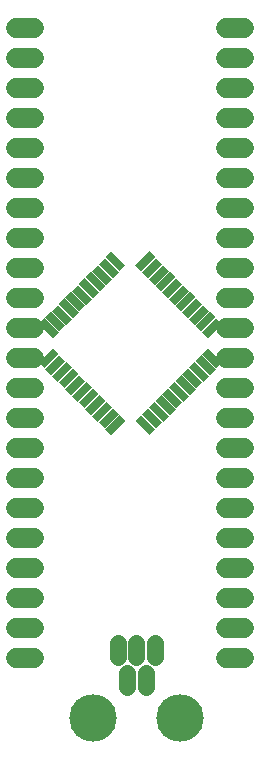
<source format=gts>
G75*
G70*
%OFA0B0*%
%FSLAX24Y24*%
%IPPOS*%
%LPD*%
%AMOC8*
5,1,8,0,0,1.08239X$1,22.5*
%
%ADD10R,0.0671X0.0277*%
%ADD11R,0.0277X0.0671*%
%ADD12C,0.0680*%
%ADD13C,0.1580*%
%ADD14C,0.0556*%
D10*
G36*
X005050Y012219D02*
X004577Y012692D01*
X004772Y012887D01*
X005245Y012414D01*
X005050Y012219D01*
G37*
G36*
X005273Y012442D02*
X004800Y012915D01*
X004995Y013110D01*
X005468Y012637D01*
X005273Y012442D01*
G37*
G36*
X005496Y012664D02*
X005023Y013137D01*
X005218Y013332D01*
X005691Y012859D01*
X005496Y012664D01*
G37*
G36*
X005718Y012887D02*
X005245Y013360D01*
X005440Y013555D01*
X005913Y013082D01*
X005718Y012887D01*
G37*
G36*
X005941Y013110D02*
X005468Y013583D01*
X005663Y013778D01*
X006136Y013305D01*
X005941Y013110D01*
G37*
G36*
X006164Y013332D02*
X005691Y013805D01*
X005886Y014000D01*
X006359Y013527D01*
X006164Y013332D01*
G37*
G36*
X006386Y013555D02*
X005913Y014028D01*
X006108Y014223D01*
X006581Y013750D01*
X006386Y013555D01*
G37*
G36*
X006609Y013778D02*
X006136Y014251D01*
X006331Y014446D01*
X006804Y013973D01*
X006609Y013778D01*
G37*
G36*
X006832Y014001D02*
X006359Y014474D01*
X006554Y014669D01*
X007027Y014196D01*
X006832Y014001D01*
G37*
G36*
X007054Y014223D02*
X006581Y014696D01*
X006776Y014891D01*
X007249Y014418D01*
X007054Y014223D01*
G37*
G36*
X007277Y014446D02*
X006804Y014919D01*
X006999Y015114D01*
X007472Y014641D01*
X007277Y014446D01*
G37*
G36*
X004048Y017675D02*
X003575Y018148D01*
X003770Y018343D01*
X004243Y017870D01*
X004048Y017675D01*
G37*
G36*
X003825Y017453D02*
X003352Y017926D01*
X003547Y018121D01*
X004020Y017648D01*
X003825Y017453D01*
G37*
G36*
X003602Y017230D02*
X003129Y017703D01*
X003324Y017898D01*
X003797Y017425D01*
X003602Y017230D01*
G37*
G36*
X003380Y017007D02*
X002907Y017480D01*
X003102Y017675D01*
X003575Y017202D01*
X003380Y017007D01*
G37*
G36*
X003157Y016784D02*
X002684Y017257D01*
X002879Y017452D01*
X003352Y016979D01*
X003157Y016784D01*
G37*
G36*
X002934Y016562D02*
X002461Y017035D01*
X002656Y017230D01*
X003129Y016757D01*
X002934Y016562D01*
G37*
G36*
X002712Y016339D02*
X002239Y016812D01*
X002434Y017007D01*
X002907Y016534D01*
X002712Y016339D01*
G37*
G36*
X002489Y016116D02*
X002016Y016589D01*
X002211Y016784D01*
X002684Y016311D01*
X002489Y016116D01*
G37*
G36*
X002266Y015894D02*
X001793Y016367D01*
X001988Y016562D01*
X002461Y016089D01*
X002266Y015894D01*
G37*
G36*
X002044Y015671D02*
X001571Y016144D01*
X001766Y016339D01*
X002239Y015866D01*
X002044Y015671D01*
G37*
G36*
X001821Y015448D02*
X001348Y015921D01*
X001543Y016116D01*
X002016Y015643D01*
X001821Y015448D01*
G37*
D11*
G36*
X001543Y014446D02*
X001348Y014641D01*
X001821Y015114D01*
X002016Y014919D01*
X001543Y014446D01*
G37*
G36*
X001766Y014223D02*
X001571Y014418D01*
X002044Y014891D01*
X002239Y014696D01*
X001766Y014223D01*
G37*
G36*
X001988Y014001D02*
X001793Y014196D01*
X002266Y014669D01*
X002461Y014474D01*
X001988Y014001D01*
G37*
G36*
X002211Y013778D02*
X002016Y013973D01*
X002489Y014446D01*
X002684Y014251D01*
X002211Y013778D01*
G37*
G36*
X002434Y013555D02*
X002239Y013750D01*
X002712Y014223D01*
X002907Y014028D01*
X002434Y013555D01*
G37*
G36*
X002656Y013332D02*
X002461Y013527D01*
X002934Y014000D01*
X003129Y013805D01*
X002656Y013332D01*
G37*
G36*
X002879Y013110D02*
X002684Y013305D01*
X003157Y013778D01*
X003352Y013583D01*
X002879Y013110D01*
G37*
G36*
X003102Y012887D02*
X002907Y013082D01*
X003380Y013555D01*
X003575Y013360D01*
X003102Y012887D01*
G37*
G36*
X003324Y012664D02*
X003129Y012859D01*
X003602Y013332D01*
X003797Y013137D01*
X003324Y012664D01*
G37*
G36*
X003547Y012442D02*
X003352Y012637D01*
X003825Y013110D01*
X004020Y012915D01*
X003547Y012442D01*
G37*
G36*
X003770Y012219D02*
X003575Y012414D01*
X004048Y012887D01*
X004243Y012692D01*
X003770Y012219D01*
G37*
G36*
X005218Y017230D02*
X005023Y017425D01*
X005496Y017898D01*
X005691Y017703D01*
X005218Y017230D01*
G37*
G36*
X004995Y017453D02*
X004800Y017648D01*
X005273Y018121D01*
X005468Y017926D01*
X004995Y017453D01*
G37*
G36*
X004772Y017675D02*
X004577Y017870D01*
X005050Y018343D01*
X005245Y018148D01*
X004772Y017675D01*
G37*
G36*
X005440Y017007D02*
X005245Y017202D01*
X005718Y017675D01*
X005913Y017480D01*
X005440Y017007D01*
G37*
G36*
X005663Y016784D02*
X005468Y016979D01*
X005941Y017452D01*
X006136Y017257D01*
X005663Y016784D01*
G37*
G36*
X005886Y016562D02*
X005691Y016757D01*
X006164Y017230D01*
X006359Y017035D01*
X005886Y016562D01*
G37*
G36*
X006108Y016339D02*
X005913Y016534D01*
X006386Y017007D01*
X006581Y016812D01*
X006108Y016339D01*
G37*
G36*
X006331Y016116D02*
X006136Y016311D01*
X006609Y016784D01*
X006804Y016589D01*
X006331Y016116D01*
G37*
G36*
X006554Y015894D02*
X006359Y016089D01*
X006832Y016562D01*
X007027Y016367D01*
X006554Y015894D01*
G37*
G36*
X006776Y015671D02*
X006581Y015866D01*
X007054Y016339D01*
X007249Y016144D01*
X006776Y015671D01*
G37*
G36*
X006999Y015448D02*
X006804Y015643D01*
X007277Y016116D01*
X007472Y015921D01*
X006999Y015448D01*
G37*
D12*
X001210Y004781D02*
X000610Y004781D01*
X000610Y005781D02*
X001210Y005781D01*
X001210Y006781D02*
X000610Y006781D01*
X000610Y007781D02*
X001210Y007781D01*
X001210Y008781D02*
X000610Y008781D01*
X000610Y009781D02*
X001210Y009781D01*
X001210Y010781D02*
X000610Y010781D01*
X000610Y011781D02*
X001210Y011781D01*
X001210Y012781D02*
X000610Y012781D01*
X000610Y013781D02*
X001210Y013781D01*
X001210Y014781D02*
X000610Y014781D01*
X000610Y015781D02*
X001210Y015781D01*
X001210Y016781D02*
X000610Y016781D01*
X000610Y017781D02*
X001210Y017781D01*
X001210Y018781D02*
X000610Y018781D01*
X000610Y019781D02*
X001210Y019781D01*
X001210Y020781D02*
X000610Y020781D01*
X000610Y021781D02*
X001210Y021781D01*
X001210Y022781D02*
X000610Y022781D01*
X000610Y023781D02*
X001210Y023781D01*
X001210Y024781D02*
X000610Y024781D01*
X000610Y025781D02*
X001210Y025781D01*
X007610Y025781D02*
X008210Y025781D01*
X008210Y024781D02*
X007610Y024781D01*
X007610Y023781D02*
X008210Y023781D01*
X008210Y022781D02*
X007610Y022781D01*
X007610Y021781D02*
X008210Y021781D01*
X008210Y020781D02*
X007610Y020781D01*
X007610Y019781D02*
X008210Y019781D01*
X008210Y018781D02*
X007610Y018781D01*
X007610Y017781D02*
X008210Y017781D01*
X008210Y016781D02*
X007610Y016781D01*
X007610Y015781D02*
X008210Y015781D01*
X008210Y014781D02*
X007610Y014781D01*
X007610Y013781D02*
X008210Y013781D01*
X008210Y012781D02*
X007610Y012781D01*
X007610Y011781D02*
X008210Y011781D01*
X008210Y010781D02*
X007610Y010781D01*
X007610Y009781D02*
X008210Y009781D01*
X008210Y008781D02*
X007610Y008781D01*
X007610Y007781D02*
X008210Y007781D01*
X008210Y006781D02*
X007610Y006781D01*
X007610Y005781D02*
X008210Y005781D01*
X008210Y004781D02*
X007610Y004781D01*
D13*
X006047Y002780D03*
X003173Y002780D03*
D14*
X003980Y004808D02*
X003980Y005283D01*
X004295Y004296D02*
X004295Y003820D01*
X004610Y004808D02*
X004610Y005283D01*
X004925Y004296D02*
X004925Y003820D01*
X005240Y004808D02*
X005240Y005283D01*
M02*

</source>
